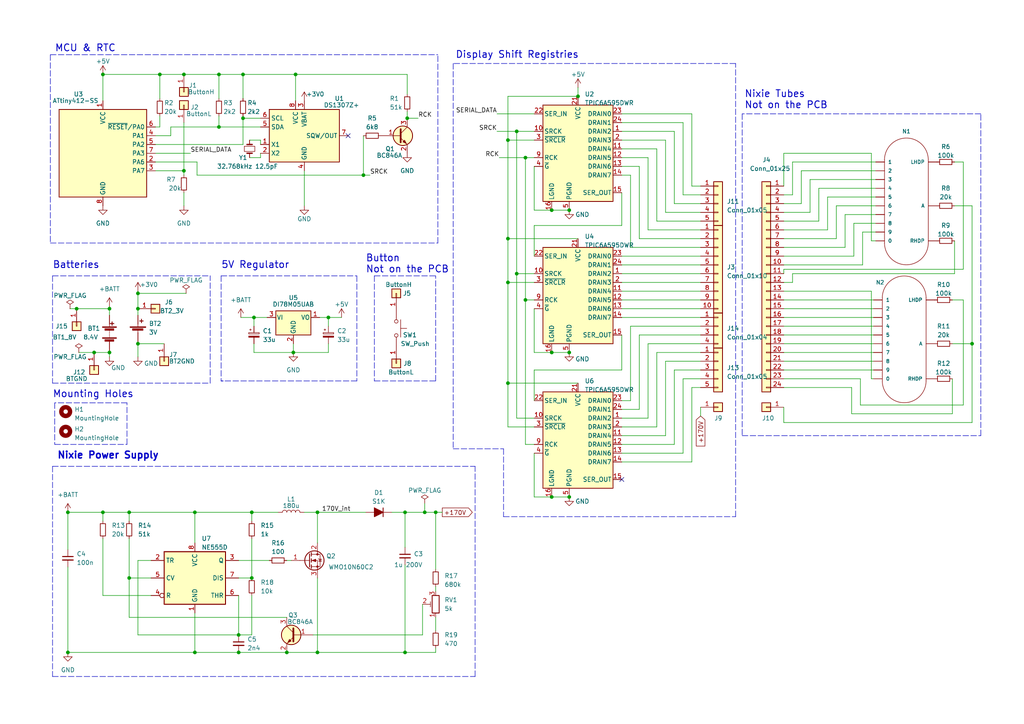
<source format=kicad_sch>
(kicad_sch (version 20230121) (generator eeschema)
  (paper "A4")
  (title_block (title "Nixie Watch"))
  (junction (at 27.305 102.235))
  (junction (at 73.025 167.64))
  (junction (at 70.485 21.59))
  (junction (at 160.02 144.145))
  (junction (at 152.4 86.995))
  (junction (at 31.75 102.235))
  (junction (at 165.1 102.235))
  (junction (at 63.5 21.59))
  (junction (at 63.5 36.83))
  (junction (at 73.66 92.075))
  (junction (at 147.32 81.915))
  (junction (at 37.465 167.64))
  (junction (at 149.86 38.1))
  (junction (at 29.845 148.59))
  (junction (at 31.75 89.535))
  (junction (at 56.515 148.59))
  (junction (at 117.475 189.23))
  (junction (at 40.005 85.09))
  (junction (at 19.685 148.59))
  (junction (at 56.515 189.23))
  (junction (at 19.685 189.23))
  (junction (at 149.86 79.375))
  (junction (at 53.34 49.53))
  (junction (at 29.845 21.59))
  (junction (at 70.485 34.29))
  (junction (at 69.215 189.23))
  (junction (at 22.225 89.535))
  (junction (at 69.215 184.15))
  (junction (at 165.1 144.145))
  (junction (at 117.475 148.59))
  (junction (at 85.725 21.59))
  (junction (at 147.32 111.125))
  (junction (at 37.465 148.59))
  (junction (at 165.1 60.96))
  (junction (at 281.94 99.695))
  (junction (at 167.64 27.94))
  (junction (at 95.25 92.075))
  (junction (at 92.075 148.59))
  (junction (at 126.365 148.59))
  (junction (at 152.4 45.72))
  (junction (at 40.005 99.695))
  (junction (at 160.02 102.235))
  (junction (at 118.11 34.29))
  (junction (at 147.32 69.215))
  (junction (at 73.025 148.59))
  (junction (at 105.41 50.8))
  (junction (at 40.005 89.535))
  (junction (at 85.09 102.235))
  (junction (at 83.185 189.23))
  (junction (at 147.32 40.64))
  (junction (at 123.19 148.59))
  (junction (at 92.075 189.23))
  (junction (at 53.34 21.59))
  (junction (at 46.355 21.59))
  (junction (at 160.02 60.96))
  (no_connect (at 180.34 139.065))
  (no_connect (at 100.965 39.37))
  (wire (pts (xy 147.32 40.64) (xy 154.94 40.64)))
  (wire (pts (xy 31.75 102.235) (xy 31.75 101.6)))
  (wire (pts (xy 113.665 148.59) (xy 117.475 148.59)))
  (polyline (pts (xy 108.585 80.01) (xy 126.365 80.01)) (stroke (width 0) (type dash)))
  (wire (pts (xy 73.025 184.15) (xy 69.215 184.15)))
  (polyline (pts (xy 126.365 110.49) (xy 126.365 80.01)) (stroke (width 0) (type dash)))
  (wire (pts (xy 19.685 148.59) (xy 29.845 148.59)))
  (wire (pts (xy 128.27 148.59) (xy 126.365 148.59)))
  (polyline (pts (xy 215.265 126.365) (xy 284.48 126.365)) (stroke (width 0) (type dash)))
  (polyline (pts (xy 15.875 128.905) (xy 36.83 128.905)) (stroke (width 0) (type dash)))
  (wire (pts (xy 180.34 79.375) (xy 203.2 79.375)))
  (wire (pts (xy 242.57 59.69) (xy 242.57 69.215)))
  (wire (pts (xy 57.15 46.99) (xy 57.15 50.8)))
  (wire (pts (xy 254 69.85) (xy 252.73 69.85)))
  (polyline (pts (xy 14.605 70.485) (xy 127 70.485)) (stroke (width 0) (type dash)))
  (wire (pts (xy 43.815 162.56) (xy 40.005 162.56)))
  (wire (pts (xy 254 67.31) (xy 250.19 67.31)))
  (wire (pts (xy 118.11 32.385) (xy 118.11 34.29)))
  (wire (pts (xy 92.075 189.23) (xy 117.475 189.23)))
  (wire (pts (xy 45.085 49.53) (xy 53.34 49.53)))
  (wire (pts (xy 46.355 21.59) (xy 53.34 21.59)))
  (wire (pts (xy 29.845 148.59) (xy 37.465 148.59)))
  (polyline (pts (xy 131.445 18.415) (xy 131.445 130.175)) (stroke (width 0) (type dash)))
  (wire (pts (xy 69.215 189.23) (xy 83.185 189.23)))
  (wire (pts (xy 254 52.07) (xy 234.95 52.07)))
  (wire (pts (xy 185.42 48.26) (xy 180.34 48.26)))
  (wire (pts (xy 22.225 89.535) (xy 31.75 89.535)))
  (wire (pts (xy 154.94 102.235) (xy 160.02 102.235)))
  (polyline (pts (xy 14.605 15.875) (xy 14.605 70.485)) (stroke (width 0) (type dash)))
  (wire (pts (xy 180.34 65.405) (xy 154.94 65.405)))
  (wire (pts (xy 45.085 44.45) (xy 55.245 44.45)))
  (wire (pts (xy 105.41 39.37) (xy 105.41 50.8)))
  (wire (pts (xy 123.19 148.59) (xy 126.365 148.59)))
  (wire (pts (xy 154.94 131.445) (xy 154.94 144.145)))
  (wire (pts (xy 122.555 175.26) (xy 122.555 184.15)))
  (wire (pts (xy 29.845 156.21) (xy 29.845 172.72)))
  (wire (pts (xy 180.34 131.445) (xy 198.12 131.445)))
  (wire (pts (xy 85.725 21.59) (xy 85.725 29.21)))
  (wire (pts (xy 31.75 88.9) (xy 31.75 89.535)))
  (wire (pts (xy 85.09 102.235) (xy 95.25 102.235)))
  (wire (pts (xy 193.04 61.595) (xy 193.04 40.64)))
  (wire (pts (xy 195.58 107.315) (xy 203.2 107.315)))
  (wire (pts (xy 250.19 76.835) (xy 227.33 76.835)))
  (wire (pts (xy 69.85 92.075) (xy 73.66 92.075)))
  (wire (pts (xy 154.94 60.96) (xy 160.02 60.96)))
  (wire (pts (xy 281.94 59.69) (xy 281.94 99.695)))
  (wire (pts (xy 154.94 123.825) (xy 147.32 123.825)))
  (wire (pts (xy 92.71 92.075) (xy 95.25 92.075)))
  (polyline (pts (xy 103.505 80.01) (xy 103.505 110.49)) (stroke (width 0) (type dash)))
  (wire (pts (xy 22.86 102.235) (xy 27.305 102.235)))
  (wire (pts (xy 40.005 184.15) (xy 69.215 184.15)))
  (wire (pts (xy 229.87 56.515) (xy 229.87 46.99)))
  (wire (pts (xy 232.41 59.055) (xy 227.33 59.055)))
  (wire (pts (xy 279.4 46.99) (xy 279.4 78.105)))
  (polyline (pts (xy 108.585 110.49) (xy 126.365 110.49)) (stroke (width 0) (type dash)))
  (wire (pts (xy 40.005 162.56) (xy 40.005 184.15)))
  (wire (pts (xy 279.4 78.105) (xy 227.33 78.105)))
  (wire (pts (xy 185.42 97.155) (xy 203.2 97.155)))
  (wire (pts (xy 53.34 55.88) (xy 53.34 59.69)))
  (wire (pts (xy 160.02 60.96) (xy 165.1 60.96)))
  (wire (pts (xy 249.555 109.855) (xy 227.33 109.855)))
  (wire (pts (xy 281.94 59.69) (xy 276.86 59.69)))
  (wire (pts (xy 180.34 121.285) (xy 187.96 121.285)))
  (wire (pts (xy 31.75 103.505) (xy 31.75 102.235)))
  (polyline (pts (xy 127 70.485) (xy 127 15.875)) (stroke (width 0) (type dash)))
  (wire (pts (xy 53.34 35.56) (xy 53.34 49.53)))
  (wire (pts (xy 193.04 61.595) (xy 203.2 61.595)))
  (wire (pts (xy 229.87 79.375) (xy 229.87 81.915)))
  (wire (pts (xy 117.475 163.83) (xy 117.475 189.23)))
  (wire (pts (xy 195.58 59.055) (xy 195.58 38.1)))
  (wire (pts (xy 227.33 86.995) (xy 253.365 86.995)))
  (polyline (pts (xy 284.48 126.365) (xy 284.48 33.02)) (stroke (width 0) (type dash)))
  (wire (pts (xy 147.32 111.125) (xy 147.32 81.915)))
  (wire (pts (xy 249.555 117.475) (xy 249.555 109.855)))
  (polyline (pts (xy 108.585 80.01) (xy 108.585 110.49)) (stroke (width 0) (type dash)))
  (wire (pts (xy 154.94 121.285) (xy 149.86 121.285)))
  (wire (pts (xy 126.365 170.18) (xy 126.365 171.45)))
  (polyline (pts (xy 146.05 149.86) (xy 213.36 149.86)) (stroke (width 0) (type dash)))
  (wire (pts (xy 227.33 97.155) (xy 253.365 97.155)))
  (wire (pts (xy 254 49.53) (xy 232.41 49.53)))
  (wire (pts (xy 147.32 123.825) (xy 147.32 111.125)))
  (wire (pts (xy 117.475 148.59) (xy 117.475 158.75)))
  (wire (pts (xy 247.015 112.395) (xy 227.33 112.395)))
  (wire (pts (xy 182.88 50.8) (xy 180.34 50.8)))
  (wire (pts (xy 247.015 120.015) (xy 247.015 112.395)))
  (wire (pts (xy 29.845 21.59) (xy 29.845 29.21)))
  (wire (pts (xy 63.5 21.59) (xy 63.5 28.575)))
  (wire (pts (xy 49.53 36.83) (xy 49.53 39.37)))
  (wire (pts (xy 180.34 84.455) (xy 203.2 84.455)))
  (wire (pts (xy 27.305 102.235) (xy 31.75 102.235)))
  (wire (pts (xy 19.685 189.23) (xy 56.515 189.23)))
  (wire (pts (xy 75.565 45.72) (xy 75.565 44.45)))
  (wire (pts (xy 200.66 33.02) (xy 180.34 33.02)))
  (wire (pts (xy 279.4 117.475) (xy 249.555 117.475)))
  (wire (pts (xy 85.725 21.59) (xy 118.11 21.59)))
  (wire (pts (xy 40.005 89.535) (xy 40.005 91.44)))
  (wire (pts (xy 252.73 109.855) (xy 253.365 109.855)))
  (wire (pts (xy 187.96 121.285) (xy 187.96 99.695)))
  (wire (pts (xy 72.39 45.72) (xy 75.565 45.72)))
  (wire (pts (xy 227.33 118.11) (xy 227.33 122.555)))
  (wire (pts (xy 147.32 69.215) (xy 147.32 81.915)))
  (wire (pts (xy 57.15 50.8) (xy 105.41 50.8)))
  (polyline (pts (xy 213.36 18.415) (xy 131.445 18.415)) (stroke (width 0) (type dash)))
  (wire (pts (xy 237.49 64.135) (xy 227.33 64.135)))
  (wire (pts (xy 198.12 56.515) (xy 198.12 35.56)))
  (wire (pts (xy 187.96 66.675) (xy 203.2 66.675)))
  (wire (pts (xy 149.86 38.1) (xy 154.94 38.1)))
  (wire (pts (xy 185.42 118.745) (xy 185.42 97.155)))
  (wire (pts (xy 56.515 148.59) (xy 56.515 157.48)))
  (wire (pts (xy 92.075 167.64) (xy 92.075 189.23)))
  (wire (pts (xy 95.25 92.075) (xy 99.06 92.075)))
  (wire (pts (xy 180.34 116.205) (xy 182.88 116.205)))
  (wire (pts (xy 37.465 151.13) (xy 37.465 148.59)))
  (wire (pts (xy 149.86 38.1) (xy 149.86 79.375)))
  (wire (pts (xy 180.34 55.88) (xy 180.34 65.405)))
  (wire (pts (xy 276.225 120.015) (xy 247.015 120.015)))
  (wire (pts (xy 279.4 46.99) (xy 276.86 46.99)))
  (wire (pts (xy 193.04 40.64) (xy 180.34 40.64)))
  (wire (pts (xy 53.34 21.59) (xy 63.5 21.59)))
  (wire (pts (xy 70.485 34.29) (xy 70.485 41.91)))
  (wire (pts (xy 187.96 45.72) (xy 180.34 45.72)))
  (wire (pts (xy 118.11 21.59) (xy 118.11 27.305)))
  (wire (pts (xy 83.185 162.56) (xy 84.455 162.56)))
  (wire (pts (xy 92.075 148.59) (xy 106.045 148.59)))
  (wire (pts (xy 69.215 167.64) (xy 73.025 167.64)))
  (wire (pts (xy 182.88 71.755) (xy 203.2 71.755)))
  (wire (pts (xy 154.94 144.145) (xy 160.02 144.145)))
  (wire (pts (xy 19.685 164.465) (xy 19.685 189.23)))
  (wire (pts (xy 227.33 122.555) (xy 281.94 122.555)))
  (wire (pts (xy 252.73 84.455) (xy 227.33 84.455)))
  (wire (pts (xy 147.32 111.125) (xy 167.64 111.125)))
  (wire (pts (xy 180.34 86.995) (xy 203.2 86.995)))
  (wire (pts (xy 227.33 56.515) (xy 229.87 56.515)))
  (wire (pts (xy 242.57 69.215) (xy 227.33 69.215)))
  (wire (pts (xy 227.33 78.105) (xy 227.33 79.375)))
  (wire (pts (xy 154.94 107.315) (xy 154.94 116.205)))
  (wire (pts (xy 203.2 118.11) (xy 203.2 120.65)))
  (wire (pts (xy 105.41 50.8) (xy 107.315 50.8)))
  (wire (pts (xy 123.19 146.05) (xy 123.19 148.59)))
  (wire (pts (xy 193.04 126.365) (xy 193.04 104.775)))
  (wire (pts (xy 180.34 81.915) (xy 203.2 81.915)))
  (wire (pts (xy 180.34 118.745) (xy 185.42 118.745)))
  (wire (pts (xy 254 64.77) (xy 247.65 64.77)))
  (wire (pts (xy 229.87 81.915) (xy 227.33 81.915)))
  (wire (pts (xy 37.465 148.59) (xy 56.515 148.59)))
  (wire (pts (xy 190.5 64.135) (xy 190.5 43.18)))
  (wire (pts (xy 73.66 99.695) (xy 73.66 102.235)))
  (wire (pts (xy 69.215 189.23) (xy 56.515 189.23)))
  (wire (pts (xy 154.94 128.905) (xy 152.4 128.905)))
  (wire (pts (xy 69.215 172.72) (xy 69.215 184.15)))
  (wire (pts (xy 180.34 107.315) (xy 154.94 107.315)))
  (wire (pts (xy 180.34 76.835) (xy 203.2 76.835)))
  (wire (pts (xy 154.94 65.405) (xy 154.94 74.295)))
  (wire (pts (xy 75.565 41.91) (xy 75.565 40.64)))
  (polyline (pts (xy 15.875 116.84) (xy 15.875 128.905)) (stroke (width 0) (type dash)))
  (wire (pts (xy 40.005 85.09) (xy 53.975 85.09)))
  (wire (pts (xy 240.03 57.15) (xy 240.03 66.675)))
  (wire (pts (xy 31.75 89.535) (xy 31.75 91.44)))
  (wire (pts (xy 237.49 54.61) (xy 237.49 64.135)))
  (wire (pts (xy 276.225 99.695) (xy 281.94 99.695)))
  (wire (pts (xy 63.5 36.83) (xy 75.565 36.83)))
  (wire (pts (xy 187.96 99.695) (xy 203.2 99.695)))
  (wire (pts (xy 73.025 148.59) (xy 80.645 148.59)))
  (wire (pts (xy 160.02 102.235) (xy 165.1 102.235)))
  (wire (pts (xy 37.465 167.64) (xy 37.465 156.21)))
  (wire (pts (xy 254 57.15) (xy 240.03 57.15)))
  (wire (pts (xy 29.845 21.59) (xy 46.355 21.59)))
  (wire (pts (xy 180.34 89.535) (xy 203.2 89.535)))
  (wire (pts (xy 180.34 74.295) (xy 203.2 74.295)))
  (wire (pts (xy 276.225 109.855) (xy 276.225 120.015)))
  (wire (pts (xy 200.66 112.395) (xy 200.66 133.985)))
  (wire (pts (xy 180.34 92.075) (xy 203.2 92.075)))
  (wire (pts (xy 40.005 99.695) (xy 47.625 99.695)))
  (wire (pts (xy 190.5 123.825) (xy 190.5 102.235)))
  (wire (pts (xy 46.355 21.59) (xy 46.355 28.575)))
  (wire (pts (xy 63.5 33.655) (xy 63.5 36.83)))
  (wire (pts (xy 234.95 52.07) (xy 234.95 61.595)))
  (wire (pts (xy 180.34 128.905) (xy 195.58 128.905)))
  (wire (pts (xy 118.11 34.29) (xy 121.285 34.29)))
  (wire (pts (xy 154.94 89.535) (xy 154.94 102.235)))
  (wire (pts (xy 200.66 53.975) (xy 203.2 53.975)))
  (wire (pts (xy 240.03 66.675) (xy 227.33 66.675)))
  (wire (pts (xy 70.485 21.59) (xy 85.725 21.59)))
  (wire (pts (xy 190.5 102.235) (xy 203.2 102.235)))
  (wire (pts (xy 198.12 35.56) (xy 180.34 35.56)))
  (wire (pts (xy 185.42 69.215) (xy 185.42 48.26)))
  (wire (pts (xy 182.88 116.205) (xy 182.88 94.615)))
  (wire (pts (xy 45.085 39.37) (xy 49.53 39.37)))
  (wire (pts (xy 57.15 46.99) (xy 45.085 46.99)))
  (wire (pts (xy 247.65 74.295) (xy 227.33 74.295)))
  (wire (pts (xy 122.555 184.15) (xy 90.805 184.15)))
  (wire (pts (xy 147.32 81.915) (xy 154.94 81.915)))
  (wire (pts (xy 37.465 179.07) (xy 37.465 167.64)))
  (polyline (pts (xy 60.96 111.125) (xy 60.96 80.01)) (stroke (width 0) (type dash)))
  (wire (pts (xy 29.845 172.72) (xy 43.815 172.72)))
  (wire (pts (xy 276.86 69.85) (xy 276.86 79.375)))
  (wire (pts (xy 154.94 48.26) (xy 154.94 60.96)))
  (wire (pts (xy 73.025 172.72) (xy 73.025 184.15)))
  (polyline (pts (xy 146.05 130.175) (xy 146.05 149.86)) (stroke (width 0) (type dash)))
  (wire (pts (xy 40.005 99.695) (xy 40.005 99.06)))
  (wire (pts (xy 73.025 148.59) (xy 73.025 151.13)))
  (wire (pts (xy 193.04 104.775) (xy 203.2 104.775)))
  (wire (pts (xy 195.58 59.055) (xy 203.2 59.055)))
  (wire (pts (xy 254 54.61) (xy 237.49 54.61)))
  (wire (pts (xy 200.66 112.395) (xy 203.2 112.395)))
  (wire (pts (xy 182.88 94.615) (xy 203.2 94.615)))
  (wire (pts (xy 46.355 36.83) (xy 45.085 36.83)))
  (wire (pts (xy 46.355 33.655) (xy 46.355 36.83)))
  (wire (pts (xy 20.32 89.535) (xy 22.225 89.535)))
  (wire (pts (xy 227.33 99.695) (xy 253.365 99.695)))
  (wire (pts (xy 254 62.23) (xy 245.11 62.23)))
  (wire (pts (xy 245.11 71.755) (xy 227.33 71.755)))
  (wire (pts (xy 245.11 62.23) (xy 245.11 71.755)))
  (wire (pts (xy 229.87 46.99) (xy 254 46.99)))
  (wire (pts (xy 73.025 148.59) (xy 56.515 148.59)))
  (wire (pts (xy 144.78 45.72) (xy 152.4 45.72)))
  (wire (pts (xy 276.225 86.995) (xy 279.4 86.995)))
  (wire (pts (xy 185.42 69.215) (xy 203.2 69.215)))
  (wire (pts (xy 40.005 84.455) (xy 40.005 85.09)))
  (polyline (pts (xy 36.83 116.84) (xy 15.875 116.84)) (stroke (width 0) (type dash)))
  (wire (pts (xy 252.73 84.455) (xy 252.73 109.855)))
  (wire (pts (xy 70.485 34.29) (xy 75.565 34.29)))
  (wire (pts (xy 198.12 109.855) (xy 203.2 109.855)))
  (polyline (pts (xy 15.24 196.215) (xy 137.795 196.215)) (stroke (width 0) (type dash)))
  (wire (pts (xy 152.4 86.995) (xy 152.4 128.905)))
  (wire (pts (xy 190.5 43.18) (xy 180.34 43.18)))
  (wire (pts (xy 227.33 107.315) (xy 253.365 107.315)))
  (wire (pts (xy 126.365 179.07) (xy 126.365 182.88)))
  (wire (pts (xy 232.41 49.53) (xy 232.41 59.055)))
  (wire (pts (xy 198.12 131.445) (xy 198.12 109.855)))
  (wire (pts (xy 70.485 21.59) (xy 70.485 28.575)))
  (wire (pts (xy 147.32 40.64) (xy 147.32 69.215)))
  (polyline (pts (xy 15.24 80.01) (xy 15.24 111.125)) (stroke (width 0) (type dash)))
  (wire (pts (xy 180.34 126.365) (xy 193.04 126.365)))
  (wire (pts (xy 73.025 156.21) (xy 73.025 167.64)))
  (wire (pts (xy 147.32 27.94) (xy 167.64 27.94)))
  (wire (pts (xy 227.33 102.235) (xy 253.365 102.235)))
  (wire (pts (xy 152.4 45.72) (xy 152.4 86.995)))
  (wire (pts (xy 40.005 103.505) (xy 40.005 99.695)))
  (wire (pts (xy 43.815 167.64) (xy 37.465 167.64)))
  (wire (pts (xy 92.075 148.59) (xy 92.075 157.48)))
  (wire (pts (xy 180.34 123.825) (xy 190.5 123.825)))
  (wire (pts (xy 88.265 148.59) (xy 92.075 148.59)))
  (wire (pts (xy 144.145 38.1) (xy 149.86 38.1)))
  (wire (pts (xy 144.145 33.02) (xy 154.94 33.02)))
  (wire (pts (xy 254 59.69) (xy 242.57 59.69)))
  (wire (pts (xy 252.73 44.45) (xy 227.33 44.45)))
  (wire (pts (xy 234.95 61.595) (xy 227.33 61.595)))
  (wire (pts (xy 83.185 179.07) (xy 37.465 179.07)))
  (wire (pts (xy 56.515 177.8) (xy 56.515 189.23)))
  (wire (pts (xy 180.34 133.985) (xy 200.66 133.985)))
  (polyline (pts (xy 14.605 15.875) (xy 127 15.875)) (stroke (width 0) (type dash)))
  (wire (pts (xy 75.565 40.64) (xy 72.39 40.64)))
  (wire (pts (xy 147.32 27.94) (xy 147.32 40.64)))
  (wire (pts (xy 281.94 99.695) (xy 281.94 122.555)))
  (wire (pts (xy 95.25 99.695) (xy 95.25 102.235)))
  (polyline (pts (xy 131.445 130.175) (xy 146.05 130.175)) (stroke (width 0) (type dash)))
  (polyline (pts (xy 64.135 80.01) (xy 64.135 110.49)) (stroke (width 0) (type dash)))
  (wire (pts (xy 200.66 53.975) (xy 200.66 33.02)))
  (wire (pts (xy 167.64 25.4) (xy 167.64 27.94)))
  (wire (pts (xy 29.845 151.13) (xy 29.845 148.59)))
  (wire (pts (xy 227.33 104.775) (xy 253.365 104.775)))
  (wire (pts (xy 126.365 148.59) (xy 126.365 165.1)))
  (wire (pts (xy 83.185 189.23) (xy 92.075 189.23)))
  (wire (pts (xy 227.33 92.075) (xy 253.365 92.075)))
  (wire (pts (xy 198.12 56.515) (xy 203.2 56.515)))
  (wire (pts (xy 95.25 92.075) (xy 95.25 94.615)))
  (wire (pts (xy 73.66 92.075) (xy 73.66 94.615)))
  (polyline (pts (xy 15.24 135.255) (xy 137.795 135.255)) (stroke (width 0) (type dash)))
  (wire (pts (xy 279.4 86.995) (xy 279.4 117.475)))
  (wire (pts (xy 160.02 144.145) (xy 165.1 144.145)))
  (polyline (pts (xy 284.48 33.02) (xy 215.265 33.02)) (stroke (width 0) (type dash)))
  (wire (pts (xy 49.53 36.83) (xy 63.5 36.83)))
  (wire (pts (xy 227.33 44.45) (xy 227.33 53.975)))
  (wire (pts (xy 149.86 79.375) (xy 154.94 79.375)))
  (polyline (pts (xy 213.36 149.86) (xy 213.36 18.415)) (stroke (width 0) (type dash)))
  (wire (pts (xy 73.66 92.075) (xy 77.47 92.075)))
  (wire (pts (xy 117.475 189.23) (xy 126.365 189.23)))
  (wire (pts (xy 117.475 148.59) (xy 123.19 148.59)))
  (wire (pts (xy 187.96 66.675) (xy 187.96 45.72)))
  (wire (pts (xy 69.215 162.56) (xy 78.105 162.56)))
  (wire (pts (xy 247.65 64.77) (xy 247.65 74.295)))
  (wire (pts (xy 252.73 69.85) (xy 252.73 44.45)))
  (polyline (pts (xy 215.265 33.02) (xy 215.265 126.365)) (stroke (width 0) (type dash)))
  (wire (pts (xy 149.86 79.375) (xy 149.86 121.285)))
  (polyline (pts (xy 15.24 111.125) (xy 60.96 111.125)) (stroke (width 0) (type dash)))
  (wire (pts (xy 70.485 33.655) (xy 70.485 34.29)))
  (wire (pts (xy 195.58 38.1) (xy 180.34 38.1)))
  (polyline (pts (xy 137.795 196.215) (xy 137.795 135.255)) (stroke (width 0) (type dash)))
  (wire (pts (xy 180.34 97.155) (xy 180.34 107.315)))
  (wire (pts (xy 73.66 102.235) (xy 85.09 102.235)))
  (wire (pts (xy 53.34 49.53) (xy 53.34 50.8)))
  (wire (pts (xy 227.33 94.615) (xy 253.365 94.615)))
  (wire (pts (xy 152.4 86.995) (xy 154.94 86.995)))
  (polyline (pts (xy 36.83 128.905) (xy 36.83 116.84)) (stroke (width 0) (type dash)))
  (polyline (pts (xy 64.135 110.49) (xy 64.77 110.49)))
  (wire (pts (xy 88.265 59.69) (xy 88.265 49.53)))
  (wire (pts (xy 40.005 85.09) (xy 40.005 89.535)))
  (wire (pts (xy 154.94 45.72) (xy 152.4 45.72)))
  (polyline (pts (xy 15.24 80.01) (xy 60.96 80.01)) (stroke (width 0) (type dash)))
  (wire (pts (xy 190.5 64.135) (xy 203.2 64.135)))
  (wire (pts (xy 63.5 21.59) (xy 70.485 21.59)))
  (polyline (pts (xy 15.24 135.255) (xy 15.24 196.215)) (stroke (width 0) (type dash)))
  (wire (pts (xy 227.33 89.535) (xy 253.365 89.535)))
  (wire (pts (xy 147.32 69.215) (xy 167.64 69.215)))
  (wire (pts (xy 45.085 41.91) (xy 70.485 41.91)))
  (polyline (pts (xy 64.135 80.01) (xy 103.505 80.01)) (stroke (width 0) (type dash)))
  (wire (pts (xy 250.19 67.31) (xy 250.19 76.835)))
  (wire (pts (xy 85.09 102.235) (xy 85.09 99.695)))
  (wire (pts (xy 19.685 148.59) (xy 19.685 159.385)))
  (wire (pts (xy 182.88 71.755) (xy 182.88 50.8)))
  (wire (pts (xy 195.58 107.315) (xy 195.58 128.905)))
  (polyline (pts (xy 103.505 110.49) (xy 64.135 110.49)) (stroke (width 0) (type dash)))
  (wire (pts (xy 276.86 79.375) (xy 229.87 79.375)))
  (wire (pts (xy 126.365 187.96) (xy 126.365 189.23)))
  (text "Nixie Tubes\nNot on the PCB" (at 215.9 31.75 0) (effects (font (size 2 2) (thickness 0.254) bold) (justify left bottom)))
  (text "Nixie Power Supply" (at 16.51 133.35 0) (effects (font (size 2 2) (thickness 0.4) bold) (justify left bottom)))
  (text "Button\nNot on the PCB" (at 106.045 79.375 0) (effects (font (size 2 2) (thickness 0.254) bold) (justify left bottom)))
  (text "Display Shift Registries" (at 132.08 17.145 0) (effects (font (size 2 2) (thickness 0.254) bold) (justify left bottom)))
  (text "Batteries" (at 15.24 78.105 0) (effects (font (size 2 2) (thickness 0.254) bold) (justify left bottom)))
  (text "5V Regulator" (at 64.135 78.105 0) (effects (font (size 2 2) (thickness 0.254) bold) (justify left bottom)))
  (text "Mounting Holes" (at 15.24 115.57 0) (effects (font (size 2 2) (thickness 0.254) bold) (justify left bottom)))
  (text "MCU & RTC" (at 15.875 15.24 0) (effects (font (size 2 2) (thickness 0.254) bold) (justify left bottom)))
  (label "SERIAL_DATA" (at 144.145 33.02 180))
  (label "SERIAL_DATA" (at 55.245 44.45 0))
  (label "170V_int" (at 93.345 148.59 0))
  (label "SRCK" (at 144.145 38.1 180))
  (label "RCK" (at 121.285 34.29 0))
  (label "RCK" (at 144.78 45.72 180))
  (label "SRCK" (at 107.315 50.8 0))
  (global_label "+170V" (shape input) (at 203.2 120.65 270) (property "Intersheetrefs" "${INTERSHEET_REFS}" (effects hide)))
  (global_label "+170V" (shape output) (at 128.27 148.59 0) (property "Intersheetrefs" "${INTERSHEET_REFS}" (effects hide)))
  (symbol (lib_id "power:+5V") (at 29.845 21.59 0) (unit 1)
    (property "Reference" "#PWR01" (effects hide))
    (property "Value" "+5V" (at 29.845 17.78 0))
  )
  (symbol (lib_id "Connector_Generic:Conn_01x01") (at 47.625 104.775 270) (unit 1)
    (property "Reference" "J7" (at 51.435 102.87 90) (effects (justify right)))
    (property "Value" "BT2GND" (at 56.515 104.775 90) (effects (justify right)))
    (property "Footprint" "Connector_PinHeader_2.54mm:PinHeader_1x01_P2.54mm_Vertical" (effects hide))
  )
  (symbol (lib_id "power:GND") (at 53.34 59.69 0) (unit 1)
    (property "Reference" "#PWR06" (effects hide))
    (property "Value" "GND" (at 53.34 64.77 0))
  )
  (symbol (lib_id "Device:R_Small") (at 29.845 153.67 0) (unit 1)
    (property "Reference" "R13" (at 32.385 152.3999 0) (effects (justify left)))
    (property "Value" "20k" (at 32.385 154.9399 0) (effects (justify left)))
    (property "Footprint" "Resistor_SMD:R_0201_0603Metric_Pad0.64x0.40mm_HandSolder" (effects hide))
  )
  (symbol (lib_id "power:GND") (at 165.1 102.235 0) (unit 1)
    (property "Reference" "#PWR014" (effects hide))
    (property "Value" "GND" (at 168.91 104.14 0))
  )
  (symbol (lib_id "Connector_Generic:Conn_01x01") (at 222.25 118.11 180) (unit 1) (on_board no)
    (property "Reference" "J10" (at 220.98 121.285 0) (effects (justify right)))
    (property "Value" "ButtonH" (effects hide))
    (property "Footprint" "Connector_PinHeader_2.00mm:PinHeader_1x01_P2.00mm_Vertical" (effects hide))
  )
  (symbol (lib_id "Connector_Generic:Conn_01x01") (at 53.34 30.48 90) (unit 1)
    (property "Reference" "J2" (at 55.245 31.115 90) (effects (justify right)))
    (property "Value" "ButtonL" (at 53.975 33.02 90) (effects (justify right)))
    (property "Footprint" "Connector_PinHeader_2.54mm:PinHeader_1x01_P2.54mm_Vertical" (effects hide))
  )
  (symbol (lib_id "Mechanical:MountingHole") (at 19.05 119.38 0) (unit 1)
    (property "Reference" "H1" (at 21.59 118.745 0) (effects (justify left)))
    (property "Value" "MountingHole" (at 21.59 121.285 0) (effects (justify left)))
    (property "Footprint" "MountingHole:MountingHole_2.2mm_M2" (effects hide))
  )
  (symbol (lib_id "power:GND") (at 19.685 189.23 0) (unit 1)
    (property "Reference" "#PWR019" (effects hide))
    (property "Value" "GND" (at 19.685 194.31 0))
  )
  (symbol (lib_id "Device:R_Small") (at 37.465 153.67 0) (unit 1)
    (property "Reference" "R14" (at 40.005 152.3999 0) (effects (justify left)))
    (property "Value" "51k" (at 40.005 154.9399 0) (effects (justify left)))
    (property "Footprint" "Resistor_SMD:R_0603_1608Metric_Pad0.98x0.95mm_HandSolder" (effects hide))
  )
  (symbol (lib_id "Connector_Generic:Conn_01x10") (at 208.28 76.835 0) (unit 1)
    (property "Reference" "J3" (at 210.82 77.47 0) (effects (justify left)))
    (property "Value" "Conn_01x10" (at 210.82 80.01 0) (effects (justify left)))
    (property "Footprint" "Connector_PinHeader_2.54mm:PinHeader_1x10_P2.54mm_Vertical" (effects hide))
  )
  (symbol (lib_id "PCM_Transistor_BJT_AKL:BC846A") (at 115.57 39.37 0) (unit 1)
    (property "Reference" "Q1" (at 111.76 43.18 0) (effects (justify left)))
    (property "Value" "BC846A" (at 109.22 45.085 0) (effects (justify left)))
    (property "Footprint" "PCM_Package_TO_SOT_SMD_AKL:SOT-23_Handsoldering" (effects hide))
    (property "Datasheet" "https://assets.nexperia.cn/documents/data-sheet/BC846_SER.pdf" (effects hide))
  )
  (symbol (lib_id "Device:C_Small") (at 19.685 161.925 0) (unit 1)
    (property "Reference" "C4" (at 22.225 160.655 0) (effects (justify left)))
    (property "Value" "100n" (at 22.225 163.195 0) (effects (justify left)))
    (property "Footprint" "Capacitor_SMD:C_0201_0603Metric_Pad0.64x0.40mm_HandSolder" (effects hide))
  )
  (symbol (lib_id "power:GND") (at 85.09 102.235 0) (unit 1)
    (property "Reference" "#PWR013" (effects hide))
    (property "Value" "GND" (at 85.09 107.315 0))
  )
  (symbol (lib_id "power:+3V0") (at 88.265 29.21 0) (unit 1)
    (property "Reference" "#PWR03" (effects hide))
    (property "Value" "+3V0" (at 91.44 27.305 0))
  )
  (symbol (lib_id "Device:R_Small") (at 46.355 31.115 180) (unit 1)
    (property "Reference" "R2" (at 47.625 29.845 0) (effects (justify right)))
    (property "Value" "20k" (at 47.625 32.385 0) (effects (justify right)))
    (property "Footprint" "Resistor_SMD:R_0201_0603Metric_Pad0.64x0.40mm_HandSolder" (effects hide))
  )
  (symbol (lib_id "Device:C_Small") (at 69.215 186.69 0) (unit 1)
    (property "Reference" "C5" (at 71.755 185.42 0) (effects (justify left)))
    (property "Value" "2n4" (at 71.755 187.96 0) (effects (justify left)))
    (property "Footprint" "Capacitor_SMD:C_0603_1608Metric_Pad1.08x0.95mm_HandSolder" (effects hide))
  )
  (symbol (lib_id "Device:C_Polarized_Small") (at 73.66 97.155 0) (unit 1)
    (property "Reference" "C1" (at 76.2 95.9739 0) (effects (justify left)))
    (property "Value" "33u" (at 76.2 98.5139 0) (effects (justify left)))
    (property "Footprint" "Capacitor_SMD:CP_Elec_5x5.3" (effects hide))
  )
  (symbol (lib_id "Timer_RTC:DS1307Z+") (at 88.265 39.37 0) (unit 1)
    (property "Reference" "U1" (at 98.425 28.575 0))
    (property "Value" "DS1307Z+" (at 99.06 30.48 0))
    (property "Footprint" "Package_SO:SOIC-8_3.9x4.9mm_P1.27mm" (effects hide))
    (property "Datasheet" "https://datasheets.maximintegrated.com/en/ds/DS1307.pdf" (effects hide))
  )
  (symbol (lib_id "Device:R_Small") (at 274.32 59.69 90) (unit 1) (on_board no)
    (property "Reference" "R8" (at 274.32 54.61 90))
    (property "Value" "20k" (at 274.32 57.15 90))
    (property "Footprint" "Resistor_THT:R_Axial_DIN0207_L6.3mm_D2.5mm_P7.62mm_Horizontal" (effects hide))
  )
  (symbol (lib_id "Connector_Generic:Conn_01x24") (at 222.25 81.915 0) (mirror y) (unit 1) (on_board no)
    (property "Reference" "J4" (at 223.52 46.355 0) (effects (justify left)))
    (property "Value" "Conn_01x25" (at 229.235 48.895 0) (effects (justify left)))
    (property "Footprint" "Connector_PinHeader_2.00mm:PinHeader_1x24_P2.00mm_Vertical" (effects hide))
  )
  (symbol (lib_id "my_library:TPIC6A595DWR") (at 167.64 43.18 0) (unit 1)
    (property "Reference" "U2" (at 169.5959 27.305 0) (effects (justify left)))
    (property "Value" "TPIC6A595DWR" (at 169.5959 29.845 0) (effects (justify left)))
    (property "Footprint" "Package_SO:SOIC-24W_7.5x15.4mm_P1.27mm" (effects hide))
    (property "Datasheet" "http://www.ti.com/lit/ds/symlink/tpic6595.pdf" (effects hide))
  )
  (symbol (lib_id "Device:R_Potentiometer_Trim") (at 126.365 175.26 180) (unit 1)
    (property "Reference" "RV1" (at 128.905 173.9899 0) (effects (justify right)))
    (property "Value" "5k" (at 128.905 176.5299 0) (effects (justify right)))
    (property "Footprint" "Potentiometer_SMD:Potentiometer_ACP_CA6-VSMD_Vertical" (effects hide))
  )
  (symbol (lib_id "power:GND") (at 29.845 59.69 0) (unit 1)
    (property "Reference" "#PWR05" (effects hide))
    (property "Value" "GND" (at 29.845 64.77 0))
  )
  (symbol (lib_id "power:PWR_FLAG") (at 20.32 89.535 0) (unit 1)
    (property "Reference" "#FLG02" (effects hide))
    (property "Value" "PWR_FLAG" (at 20.32 85.725 0))
  )
  (symbol (lib_id "Device:C_Polarized_Small") (at 95.25 97.155 0) (unit 1)
    (property "Reference" "C2" (at 97.79 95.9739 0) (effects (justify left)))
    (property "Value" "33u" (at 97.79 98.5139 0) (effects (justify left)))
    (property "Footprint" "Capacitor_SMD:CP_Elec_5x5.3" (effects hide))
  )
  (symbol (lib_id "power:GND") (at 40.005 103.505 0) (unit 1)
    (property "Reference" "#PWR016" (effects hide))
    (property "Value" "GND" (at 43.815 105.41 0))
  )
  (symbol (lib_id "MCU_Microchip_ATtiny:ATtiny412-SS") (at 29.845 44.45 0) (unit 1)
    (property "Reference" "U3" (at 24.13 27.305 0) (effects (justify right)))
    (property "Value" "ATtiny412-SS" (at 28.575 29.21 0) (effects (justify right)))
    (property "Footprint" "Package_SO:SOIC-8_3.9x4.9mm_P1.27mm" (effects hide))
    (property "Datasheet" "http://ww1.microchip.com/downloads/en/DeviceDoc/40001911A.pdf" (effects hide))
  )
  (symbol (lib_id "Device:R_Small") (at 126.365 167.64 0) (unit 1)
    (property "Reference" "R17" (at 128.905 167.005 0) (effects (justify left)))
    (property "Value" "680k" (at 128.905 169.545 0) (effects (justify left)))
    (property "Footprint" "Resistor_SMD:R_0603_1608Metric_Pad0.98x0.95mm_HandSolder" (effects hide))
  )
  (symbol (lib_id "Connector_Generic:Conn_01x01") (at 27.305 107.315 270) (unit 1)
    (property "Reference" "J12" (at 24.765 107.95 90) (effects (justify right)))
    (property "Value" "BTGND" (at 25.4 109.855 90) (effects (justify right)))
    (property "Footprint" "Connector_PinHeader_2.54mm:PinHeader_1x01_P2.54mm_Vertical" (effects hide))
  )
  (symbol (lib_id "power:+3V0") (at 40.005 84.455 0) (unit 1)
    (property "Reference" "#PWR09" (effects hide))
    (property "Value" "+3V0" (at 43.18 82.55 0))
  )
  (symbol (lib_id "power:+BATT") (at 19.685 148.59 0) (unit 1)
    (property "Reference" "#PWR018" (effects hide))
    (property "Value" "+BATT" (at 19.685 143.51 0))
  )
  (symbol (lib_id "Device:Battery_Cell") (at 40.005 96.52 0) (unit 1) (on_board no)
    (property "Reference" "BT2" (at 43.18 93.853 0) (effects (justify left)))
    (property "Value" "3V" (at 43.18 96.393 0) (effects (justify left)))
  )
  (symbol (lib_id "power:PWR_FLAG") (at 22.86 102.235 0) (unit 1)
    (property "Reference" "#FLG03" (effects hide))
    (property "Value" "PWR_FLAG" (at 20.32 103.505 0))
  )
  (symbol (lib_id "Device:R_Small") (at 273.685 86.995 90) (unit 1) (on_board no)
    (property "Reference" "R10" (at 273.685 82.55 90))
    (property "Value" "100k" (at 273.685 85.09 90))
    (property "Footprint" "Resistor_THT:R_Axial_DIN0207_L6.3mm_D2.5mm_P7.62mm_Horizontal" (effects hide))
  )
  (symbol (lib_id "Device:R_Small") (at 273.685 109.855 90) (unit 1) (on_board no)
    (property "Reference" "R12" (at 273.685 105.41 90))
    (property "Value" "100k" (at 273.685 107.95 90))
    (property "Footprint" "Resistor_THT:R_Axial_DIN0207_L6.3mm_D2.5mm_P7.62mm_Horizontal" (effects hide))
  )
  (symbol (lib_id "Device:Crystal_Small") (at 72.39 43.18 270) (unit 1)
    (property "Reference" "Y1" (at 71.755 45.72 90) (effects (justify right)))
    (property "Value" "32.768kHz 12.5pF" (at 80.645 48.26 90) (effects (justify right)))
    (property "Footprint" "Crystal:Crystal_C38-LF_D3.0mm_L8.0mm_Horizontal" (effects hide))
  )
  (symbol (lib_id "Device:R_Small") (at 126.365 185.42 0) (unit 1)
    (property "Reference" "R19" (at 128.905 184.1499 0) (effects (justify left)))
    (property "Value" "470" (at 128.905 186.6899 0) (effects (justify left)))
    (property "Footprint" "Resistor_SMD:R_0402_1005Metric_Pad0.72x0.64mm_HandSolder" (effects hide))
  )
  (symbol (lib_id "power:GND") (at 31.75 103.505 0) (unit 1)
    (property "Reference" "#PWR015" (effects hide))
    (property "Value" "GND" (at 34.29 106.68 0))
  )
  (symbol (lib_id "Device:Battery") (at 31.75 96.52 0) (unit 1) (on_board no)
    (property "Reference" "BT1" (at 25.4 95.25 0) (effects (justify left)))
    (property "Value" "8.4V" (at 24.13 97.79 0) (effects (justify left)))
    (property "Footprint" "Connector_PinHeader_2.54mm:PinHeader_1x02_P2.54mm_Vertical" (effects hide))
  )
  (symbol (lib_id "Device:C_Small") (at 117.475 161.29 0) (unit 1)
    (property "Reference" "C3" (at 120.015 160.6613 0) (effects (justify left)))
    (property "Value" "1u 200V" (at 114.3 163.83 0) (effects (justify left)))
    (property "Footprint" "Library:CP_RADIAL_D5.00mm_P2.50mm_H12.0mm_Horizontal" (effects hide))
  )
  (symbol (lib_id "Device:Q_NMOS_GDS") (at 89.535 162.56 0) (unit 1)
    (property "Reference" "Q2" (at 94.615 161.29 0) (effects (justify left)))
    (property "Value" "WMO10N60C2" (at 95.25 164.465 0) (effects (justify left)))
    (property "Footprint" "PCM_Package_TO_SOT_SMD_AKL:TO-252-2" (effects hide))
  )
  (symbol (lib_id "power:GND") (at 165.1 144.145 0) (unit 1)
    (property "Reference" "#PWR017" (effects hide))
    (property "Value" "GND" (at 168.91 145.415 0))
  )
  (symbol (lib_id "Device:R_Small") (at 107.95 39.37 270) (unit 1)
    (property "Reference" "R5" (at 107.95 34.29 90))
    (property "Value" "6k8" (at 107.95 36.83 90))
    (property "Footprint" "Resistor_SMD:R_0402_1005Metric_Pad0.72x0.64mm_HandSolder" (effects hide))
  )
  (symbol (lib_id "Switch:SW_Push") (at 114.935 95.25 270) (unit 1) (on_board no)
    (property "Reference" "SW1" (at 116.84 97.155 90) (effects (justify left)))
    (property "Value" "SW_Push" (at 116.205 99.695 90) (effects (justify left)))
    (property "Footprint" "Connector_Pin:Pin_D0.7mm_L6.5mm_W1.8mm_FlatFork" (effects hide))
  )
  (symbol (lib_id "Device:R_Small") (at 70.485 31.115 0) (unit 1)
    (property "Reference" "R4" (at 71.755 29.845 0) (effects (justify left)))
    (property "Value" "2k2" (at 71.755 32.385 0) (effects (justify left)))
    (property "Footprint" "Resistor_SMD:R_0402_1005Metric_Pad0.72x0.64mm_HandSolder" (effects hide))
  )
  (symbol (lib_id "power:+5V") (at 167.64 25.4 0) (unit 1)
    (property "Reference" "#PWR02" (effects hide))
    (property "Value" "+5V" (at 167.64 21.59 0))
  )
  (symbol (lib_id "my_library:TPIC6A595DWR") (at 167.64 126.365 0) (unit 1)
    (property "Reference" "U6" (at 169.5959 110.49 0) (effects (justify left)))
    (property "Value" "TPIC6A595DWR" (at 169.5959 113.03 0) (effects (justify left)))
    (property "Footprint" "Package_SO:SOIC-24W_7.5x15.4mm_P1.27mm" (effects hide))
    (property "Datasheet" "http://www.ti.com/lit/ds/symlink/tpic6595.pdf" (effects hide))
  )
  (symbol (lib_id "power:+BATT") (at 69.85 92.075 0) (unit 1)
    (property "Reference" "#PWR011" (effects hide))
    (property "Value" "+BATT" (at 69.85 86.995 0))
  )
  (symbol (lib_id "Device:R_Small") (at 80.645 162.56 270) (unit 1)
    (property "Reference" "R16" (at 80.645 157.48 90))
    (property "Value" "100" (at 80.645 160.02 90))
    (property "Footprint" "Resistor_SMD:R_0402_1005Metric_Pad0.72x0.64mm_HandSolder" (effects hide))
  )
  (symbol (lib_id "Connector_Generic:Conn_01x01") (at 114.935 85.09 90) (unit 1) (on_board no)
    (property "Reference" "J5" (at 116.84 85.09 90) (effects (justify right)))
    (property "Value" "ButtonH" (at 111.76 82.55 90) (effects (justify right)))
    (property "Footprint" "Connector_PinHeader_2.00mm:PinHeader_1x01_P2.00mm_Vertical" (effects hide))
  )
  (symbol (lib_id "PCM_Diode_AKL:S1K") (at 109.855 148.59 0) (unit 1)
    (property "Reference" "D1" (at 109.855 142.875 0))
    (property "Value" "S1K" (at 109.855 145.415 0))
    (property "Footprint" "Diode_SMD:D_SMA_Handsoldering" (effects hide))
    (property "Datasheet" "https://www.tme.eu/Document/f79bd540b2075b703f85044ae73d5af4/s1ab-s1mb.pdf" (effects hide))
  )
  (symbol (lib_id "power:PWR_FLAG") (at 53.975 85.09 0) (unit 1)
    (property "Reference" "#FLG01" (effects hide))
    (property "Value" "PWR_FLAG" (at 53.975 81.28 0))
  )
  (symbol (lib_id "Connector_Generic:Conn_01x01") (at 114.935 105.41 270) (unit 1) (on_board no)
    (property "Reference" "J8" (at 119.38 105.41 90) (effects (justify right)))
    (property "Value" "ButtonL" (at 120.015 107.95 90) (effects (justify right)))
    (property "Footprint" "Connector_PinHeader_2.00mm:PinHeader_1x01_P2.00mm_Vertical" (effects hide))
  )
  (symbol (lib_id "Connector_Generic:Conn_01x01") (at 208.28 118.11 0) (unit 1)
    (property "Reference" "J9" (at 209.55 121.285 0) (effects (justify right)))
    (property "Value" "ButtonH" (effects hide))
    (property "Footprint" "Connector_PinHeader_2.54mm:PinHeader_1x01_P2.54mm_Vertical" (effects hide))
  )
  (symbol (lib_id "Device:R_Small") (at 73.025 153.67 0) (unit 1)
    (property "Reference" "R15" (at 75.565 152.3999 0) (effects (justify left)))
    (property "Value" "1k" (at 75.565 154.9399 0) (effects (justify left)))
    (property "Footprint" "Resistor_SMD:R_0402_1005Metric_Pad0.72x0.64mm_HandSolder" (effects hide))
  )
  (symbol (lib_id "Device:L") (at 84.455 148.59 90) (unit 1)
    (property "Reference" "L1" (at 84.455 144.78 90))
    (property "Value" "180u" (at 84.455 146.685 90))
    (property "Footprint" "Inductor_SMD:L_12x12mm_H8mm" (effects hide))
  )
  (symbol (lib_id "power:+BATT") (at 31.75 88.9 0) (unit 1)
    (property "Reference" "#PWR010" (effects hide))
    (property "Value" "+BATT" (at 31.75 83.82 0))
  )
  (symbol (lib_id "power:GND") (at 88.265 59.69 0) (unit 1)
    (property "Reference" "#PWR07" (effects hide))
    (property "Value" "GND" (at 88.265 63.5 0))
  )
  (symbol (lib_id "Connector_Generic:Conn_01x05") (at 208.28 107.315 0) (unit 1)
    (property "Reference" "J13" (at 210.82 106.68 0) (effects (justify left)))
    (property "Value" "Conn_01x05" (at 210.82 109.22 0) (effects (justify left)))
    (property "Footprint" "Connector_PinHeader_2.54mm:PinHeader_1x05_P2.54mm_Vertical" (effects hide))
  )
  (symbol (lib_id "power:+5V") (at 99.06 92.075 0) (unit 1)
    (property "Reference" "#PWR012" (effects hide))
    (property "Value" "+5V" (at 99.06 88.265 0))
  )
  (symbol (lib_id "Device:R_Small") (at 274.32 46.99 90) (unit 1) (on_board no)
    (property "Reference" "R6" (at 274.32 42.545 90))
    (property "Value" "100k" (at 274.32 45.085 90))
    (property "Footprint" "Resistor_THT:R_Axial_DIN0207_L6.3mm_D2.5mm_P7.62mm_Horizontal" (effects hide))
  )
  (symbol (lib_id "Device:R_Small") (at 73.025 170.18 0) (unit 1)
    (property "Reference" "R18" (at 75.565 168.9099 0) (effects (justify left)))
    (property "Value" "10k" (at 75.565 171.4499 0) (effects (justify left)))
    (property "Footprint" "Resistor_SMD:R_0402_1005Metric_Pad0.72x0.64mm_HandSolder" (effects hide))
  )
  (symbol (lib_id "Connector_Generic:Conn_01x01") (at 45.085 89.535 0) (unit 1)
    (property "Reference" "J6" (at 50.165 87.63 0) (effects (justify right)))
    (property "Value" "BT2_3V" (at 53.34 90.17 0) (effects (justify right)))
    (property "Footprint" "Connector_PinHeader_2.54mm:PinHeader_1x01_P2.54mm_Vertical" (effects hide))
  )
  (symbol (lib_id "power:GND") (at 118.11 44.45 0) (unit 1)
    (property "Reference" "#PWR04" (effects hide))
    (property "Value" "GND" (at 118.11 49.53 0))
  )
  (symbol (lib_id "Timer:NE555D") (at 56.515 167.64 0) (unit 1)
    (property "Reference" "U7" (at 58.4709 156.21 0) (effects (justify left)))
    (property "Value" "NE555D" (at 58.4709 158.75 0) (effects (justify left)))
    (property "Footprint" "Package_SO:SOIC-8_3.9x4.9mm_P1.27mm" (effects hide))
    (property "Datasheet" "http://www.ti.com/lit/ds/symlink/ne555.pdf" (effects hide))
  )
  (symbol (lib_id "Regulator_Linear:MCP1700x-500xxTO") (at 85.09 92.075 0) (mirror x) (unit 1)
    (property "Reference" "U5" (at 85.09 86.36 0))
    (property "Value" "DI78M05UAB" (at 85.09 88.265 0))
    (property "Footprint" "Package_TO_SOT_SMD:SOT-89-3_Handsoldering" (effects hide))
    (property "Datasheet" "https://www.tme.eu/Document/9bdeda276d62a241bd777da5c2cde5d6/di78m00uab.pdf" (effects hide))
  )
  (symbol (lib_id "Device:R_Small") (at 118.11 29.845 180) (unit 1)
    (property "Reference" "R1" (at 113.03 28.575 0) (effects (justify right)))
    (property "Value" "51k" (at 113.03 31.115 0) (effects (justify right)))
    (property "Footprint" "Resistor_SMD:R_0603_1608Metric_Pad0.98x0.95mm_HandSolder" (effects hide))
  )
  (symbol (lib_id "Mechanical:MountingHole") (at 19.05 125.095 0) (unit 1)
    (property "Reference" "H2" (at 21.59 124.46 0) (effects (justify left)))
    (property "Value" "MountingHole" (at 21.59 127 0) (effects (justify left)))
    (property "Footprint" "MountingHole:MountingHole_2.2mm_M2" (effects hide))
  )
  (symbol (lib_id "Device:R_Small") (at 63.5 31.115 0) (unit 1)
    (property "Reference" "R3" (at 64.77 29.845 0) (effects (justify left)))
    (property "Value" "2k2" (at 64.77 32.385 0) (effects (justify left)))
    (property "Footprint" "Resistor_SMD:R_0402_1005Metric_Pad0.72x0.64mm_HandSolder" (effects hide))
  )
  (symbol (lib_id "Device:R_Small") (at 273.685 99.695 90) (unit 1) (on_board no)
    (property "Reference" "R11" (at 273.685 94.615 90))
    (property "Value" "20k" (at 273.685 97.155 90))
    (property "Footprint" "Resistor_THT:R_Axial_DIN0207_L6.3mm_D2.5mm_P7.62mm_Horizontal" (effects hide))
  )
  (symbol (lib_id "nixies-us:IN-16") (at 260.985 99.695 0) (unit 1) (on_board no)
    (property "Reference" "N2" (at 255.27 81.915 0) (effects (font (size 1.143 1.143))))
    (property "Value" "IN-16" (effects hide))
    (property "Footprint" "Connector_PinHeader_2.00mm:PinHeader_1x13_P2.00mm_Vertical" (effects hide))
  )
  (symbol (lib_id "Connector_Generic:Conn_01x04") (at 208.28 94.615 0) (unit 1)
    (property "Reference" "J14" (at 210.82 95.25 0) (effects (justify left)))
    (property "Value" "Conn_01x04" (at 210.82 97.79 0) (effects (justify left)))
    (property "Footprint" "Connector_PinHeader_2.54mm:PinHeader_1x04_P2.54mm_Vertical" (effects hide))
  )
  (symbol (lib_id "power:GND") (at 165.1 60.96 0) (unit 1)
    (property "Reference" "#PWR08" (effects hide))
    (property "Value" "GND" (at 168.91 62.23 0))
  )
  (symbol (lib_id "Device:R_Small") (at 274.32 69.85 90) (unit 1) (on_board no)
    (property "Reference" "R9" (at 274.32 65.405 90))
    (property "Value" "100k" (at 274.32 67.945 90))
    (property "Footprint" "Resistor_THT:R_Axial_DIN0207_L6.3mm_D2.5mm_P7.62mm_Horizontal" (effects hide))
  )
  (symbol (lib_id "PCM_Transistor_BJT_AKL:BC846A") (at 85.725 184.15 0) (mirror y) (unit 1)
    (property "Reference" "Q3" (at 86.36 178.435 0) (effects (justify left)))
    (property "Value" "BC846A" (at 90.805 180.34 0) (effects (justify left)))
    (property "Footprint" "PCM_Package_TO_SOT_SMD_AKL:SOT-23_Handsoldering" (effects hide))
    (property "Datasheet" "https://assets.nexperia.cn/documents/data-sheet/BC846_SER.pdf" (effects hide))
  )
  (symbol (lib_id "nixies-us:IN-16") (at 261.62 59.69 0) (unit 1) (on_board no)
    (property "Reference" "N1" (at 262.89 38.1 0) (effects (font (size 1.143 1.143))))
    (property "Value" "IN-16" (effects hide))
    (property "Footprint" "Connector_PinHeader_2.00mm:PinHeader_1x13_P2.00mm_Vertical" (effects hide))
  )
  (symbol (lib_id "power:PWR_FLAG") (at 123.19 146.05 0) (unit 1)
    (property "Reference" "#FLG04" (effects hide))
    (property "Value" "PWR_FLAG" (at 123.19 142.24 0))
  )
  (symbol (lib_id "Connector_Generic:Conn_01x05") (at 208.28 59.055 0) (unit 1)
    (property "Reference" "J11" (at 210.82 58.42 0) (effects (justify left)))
    (property "Value" "Conn_01x05" (at 210.82 60.96 0) (effects (justify left)))
    (property "Footprint" "Connector_PinHeader_2.54mm:PinHeader_1x05_P2.54mm_Vertical" (effects hide))
  )
  (symbol (lib_id "Device:R_Small") (at 53.34 53.34 180) (unit 1)
    (property "Reference" "R7" (at 48.26 52.07 0) (effects (justify right)))
    (property "Value" "20k" (at 48.895 54.61 0) (effects (justify right)))
    (property "Footprint" "Resistor_SMD:R_0201_0603Metric_Pad0.64x0.40mm_HandSolder" (effects hide))
  )
  (symbol (lib_id "Connector_Generic:Conn_01x01") (at 22.225 94.615 270) (unit 1)
    (property "Reference" "J15" (at 19.685 94.615 90) (effects (justify right)))
    (property "Value" "BT1_8V" (at 22.225 97.79 90) (effects (justify right)))
    (property "Footprint" "Connector_PinHeader_2.54mm:PinHeader_1x01_P2.54mm_Vertical" (effects hide))
  )
  (symbol (lib_id "my_library:TPIC6A595DWR") (at 167.64 84.455 0) (unit 1)
    (property "Reference" "U4" (at 169.5959 68.58 0) (effects (justify left)))
    (property "Value" "TPIC6A595DWR" (at 169.5959 71.12 0) (effects (justify left)))
    (property "Footprint" "Package_SO:SOIC-24W_7.5x15.4mm_P1.27mm" (effects hide))
    (property "Datasheet" "http://www.ti.com/lit/ds/symlink/tpic6595.pdf" (effects hide))
  )
  (symbol (lib_id "Connector_Generic:Conn_01x01") (at 53.34 26.67 270) (unit 1)
    (property "Reference" "J1" (at 57.15 24.765 90) (effects (justify right)))
    (property "Value" "ButtonH" (at 62.23 26.67 90) (effects (justify right)))
    (property "Footprint" "Connector_PinHeader_2.54mm:PinHeader_1x01_P2.54mm_Vertical" (effects hide))
  )
)
</source>
